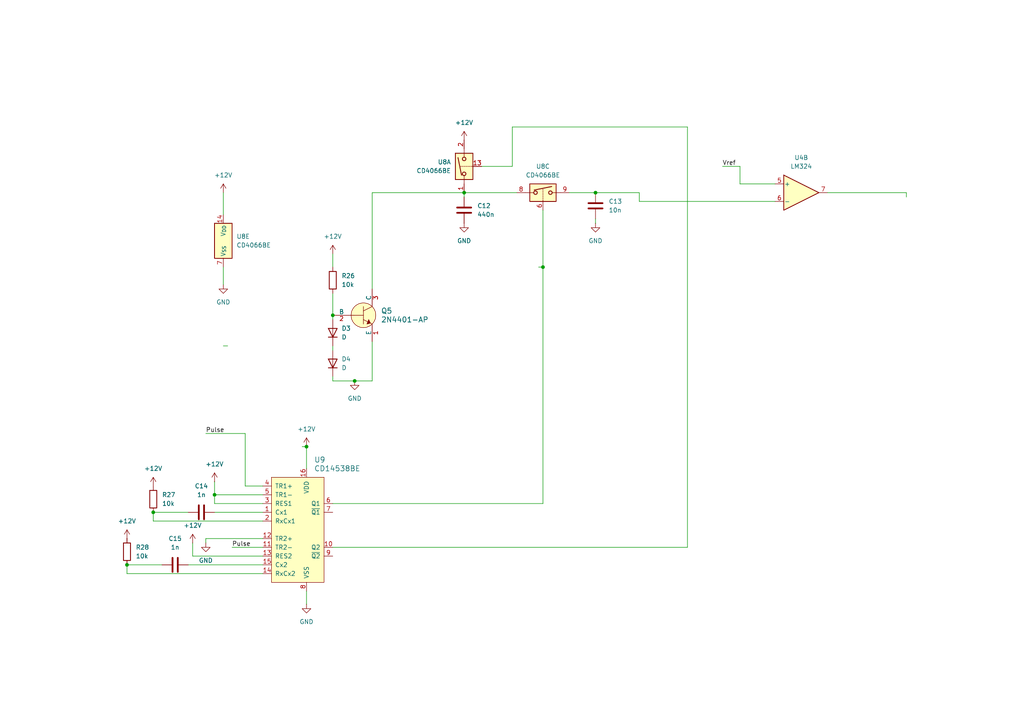
<source format=kicad_sch>
(kicad_sch (version 20231120) (generator "eeschema") (generator_version "8.0")
  (paper "A4")
  (lib_symbols
    (symbol "Amplifier_Operational:LM324" (pin_names (offset 0.127))
      (property "Reference" "U" (at 0 5.08 0))
      (property "Value" "LM324" (at 0 -5.08 0))
      (symbol "LM324_1_1"
        (polyline (pts (xy -5.08 5.08) (xy 5.08 0) (xy -5.08 -5.08) (xy -5.08 5.08)) (stroke (width 0.254)) (fill (type background)))
        (pin output line (at 7.62 0 180) (length 2.54) (name "~") (number "1"))
        (pin input line (at -7.62 -2.54 0) (length 2.54) (name "-") (number "2"))
        (pin input line (at -7.62 2.54 0) (length 2.54) (name "+") (number "3"))
      )
      (symbol "LM324_2_1"
        (polyline (pts (xy -5.08 5.08) (xy 5.08 0) (xy -5.08 -5.08) (xy -5.08 5.08)) (stroke (width 0.254)) (fill (type background)))
        (pin input line (at -7.62 2.54 0) (length 2.54) (name "+") (number "5"))
        (pin input line (at -7.62 -2.54 0) (length 2.54) (name "-") (number "6"))
        (pin output line (at 7.62 0 180) (length 2.54) (name "~") (number "7"))
      )
      (symbol "LM324_3_1"
        (polyline (pts (xy -5.08 5.08) (xy 5.08 0) (xy -5.08 -5.08) (xy -5.08 5.08)) (stroke (width 0.254)) (fill (type background)))
        (pin input line (at -7.62 2.54 0) (length 2.54) (name "+") (number "10"))
        (pin output line (at 7.62 0 180) (length 2.54) (name "~") (number "8"))
        (pin input line (at -7.62 -2.54 0) (length 2.54) (name "-") (number "9"))
      )
      (symbol "LM324_4_1"
        (polyline (pts (xy -5.08 5.08) (xy 5.08 0) (xy -5.08 -5.08) (xy -5.08 5.08)) (stroke (width 0.254)) (fill (type background)))
        (pin input line (at -7.62 2.54 0) (length 2.54) (name "+") (number "12"))
        (pin input line (at -7.62 -2.54 0) (length 2.54) (name "-") (number "13"))
        (pin output line (at 7.62 0 180) (length 2.54) (name "~") (number "14"))
      )
      (symbol "LM324_5_1"
        (pin power_in line (at -2.54 -7.62 90) (length 3.81) (name "V-") (number "11"))
        (pin power_in line (at -2.54 7.62 270) (length 3.81) (name "V+") (number "4"))
      )
    )
    (symbol "Analog_Switch:CD4066BE"
      (property "Reference" "U" (at -5.08 3.81 0))
      (property "Value" "CD4066BE" (at 7.62 3.81 0))
      (symbol "CD4066BE_1_1"
        (rectangle (start -3.81 2.54) (end 3.81 -2.54) (stroke (width 0.254)) (fill (type background)))
        (circle (center -2.159 0) (radius 0.508) (stroke (width 0.254)))
        (polyline (pts (xy -5.08 0) (xy -2.794 0)))
        (polyline (pts (xy -2.54 0.762) (xy 2.54 1.778)) (stroke (width 0.254)))
        (polyline (pts (xy 0 -2.54) (xy 0 -2.032)))
        (polyline (pts (xy 0 -1.778) (xy 0 -1.524)))
        (polyline (pts (xy 0 -1.27) (xy 0 -1.016)))
        (polyline (pts (xy 0 -0.762) (xy 0 -0.508)))
        (polyline (pts (xy 0 -0.254) (xy 0 0)))
        (polyline (pts (xy 0 0.254) (xy 0 0.508)))
        (polyline (pts (xy 0 0.762) (xy 0 1.016)))
        (polyline (pts (xy 5.08 0) (xy 2.794 0)))
        (circle (center 2.159 0) (radius 0.508) (stroke (width 0.254)))
        (pin bidirectional line (at -7.62 0 0) (length 2.54) (name "~") (number "1"))
        (pin input line (at 0 -5.08 90) (length 2.54) (name "~") (number "13"))
        (pin bidirectional line (at 7.62 0 180) (length 2.54) (name "~") (number "2"))
      )
      (symbol "CD4066BE_2_1"
        (rectangle (start -3.81 2.54) (end 3.81 -2.54) (stroke (width 0.254)) (fill (type background)))
        (circle (center -2.159 0) (radius 0.508) (stroke (width 0.254)))
        (polyline (pts (xy -5.08 0) (xy -2.794 0)))
        (polyline (pts (xy -2.54 0.762) (xy 2.54 1.778)) (stroke (width 0.254)))
        (polyline (pts (xy 0 -2.54) (xy 0 -2.032)))
        (polyline (pts (xy 0 -1.778) (xy 0 -1.524)))
        (polyline (pts (xy 0 -1.27) (xy 0 -1.016)))
        (polyline (pts (xy 0 -0.762) (xy 0 -0.508)))
        (polyline (pts (xy 0 -0.254) (xy 0 0)))
        (polyline (pts (xy 0 0.254) (xy 0 0.508)))
        (polyline (pts (xy 0 0.762) (xy 0 1.016)))
        (polyline (pts (xy 5.08 0) (xy 2.794 0)))
        (circle (center 2.159 0) (radius 0.508) (stroke (width 0.254)))
        (pin bidirectional line (at 7.62 0 180) (length 2.54) (name "~") (number "3"))
        (pin bidirectional line (at -7.62 0 0) (length 2.54) (name "~") (number "4"))
        (pin input line (at 0 -5.08 90) (length 2.54) (name "~") (number "5"))
      )
      (symbol "CD4066BE_3_1"
        (rectangle (start -3.81 2.54) (end 3.81 -2.54) (stroke (width 0.254)) (fill (type background)))
        (circle (center -2.159 0) (radius 0.508) (stroke (width 0.254)))
        (polyline (pts (xy -5.08 0) (xy -2.794 0)))
        (polyline (pts (xy -2.54 0.762) (xy 2.54 1.778)) (stroke (width 0.254)))
        (polyline (pts (xy 0 -2.54) (xy 0 -2.032)))
        (polyline (pts (xy 0 -1.778) (xy 0 -1.524)))
        (polyline (pts (xy 0 -1.27) (xy 0 -1.016)))
        (polyline (pts (xy 0 -0.762) (xy 0 -0.508)))
        (polyline (pts (xy 0 -0.254) (xy 0 0)))
        (polyline (pts (xy 0 0.254) (xy 0 0.508)))
        (polyline (pts (xy 0 0.762) (xy 0 1.016)))
        (polyline (pts (xy 5.08 0) (xy 2.794 0)))
        (circle (center 2.159 0) (radius 0.508) (stroke (width 0.254)))
        (pin input line (at 0 -5.08 90) (length 2.54) (name "~") (number "6"))
        (pin bidirectional line (at -7.62 0 0) (length 2.54) (name "~") (number "8"))
        (pin bidirectional line (at 7.62 0 180) (length 2.54) (name "~") (number "9"))
      )
      (symbol "CD4066BE_4_1"
        (rectangle (start -3.81 2.54) (end 3.81 -2.54) (stroke (width 0.254)) (fill (type background)))
        (circle (center -2.159 0) (radius 0.508) (stroke (width 0.254)))
        (polyline (pts (xy -5.08 0) (xy -2.794 0)))
        (polyline (pts (xy -2.54 0.762) (xy 2.54 1.778)) (stroke (width 0.254)))
        (polyline (pts (xy 0 -2.54) (xy 0 -2.032)))
        (polyline (pts (xy 0 -1.778) (xy 0 -1.524)))
        (polyline (pts (xy 0 -1.27) (xy 0 -1.016)))
        (polyline (pts (xy 0 -0.762) (xy 0 -0.508)))
        (polyline (pts (xy 0 -0.254) (xy 0 0)))
        (polyline (pts (xy 0 0.254) (xy 0 0.508)))
        (polyline (pts (xy 0 0.762) (xy 0 1.016)))
        (polyline (pts (xy 5.08 0) (xy 2.794 0)))
        (circle (center 2.159 0) (radius 0.508) (stroke (width 0.254)))
        (pin bidirectional line (at 7.62 0 180) (length 2.54) (name "~") (number "10"))
        (pin bidirectional line (at -7.62 0 0) (length 2.54) (name "~") (number "11"))
        (pin input line (at 0 -5.08 90) (length 2.54) (name "~") (number "12"))
      )
      (symbol "CD4066BE_5_1"
        (rectangle (start -2.54 5.08) (end 2.54 -5.08) (stroke (width 0.254)) (fill (type background)))
        (pin power_in line (at 0 7.62 270) (length 2.54) (name "V_{DD}") (number "14"))
        (pin power_in line (at 0 -7.62 90) (length 2.54) (name "V_{SS}") (number "7"))
      )
    )
    (symbol "Device:C" (pin_numbers hide) (pin_names (offset 0.254))
      (property "Reference" "C" (at 0.635 2.54 0))
      (property "Value" "C" (at 0.635 -2.54 0))
      (symbol "C_0_1"
        (polyline (pts (xy -2.032 -0.762) (xy 2.032 -0.762)) (stroke (width 0.508)))
        (polyline (pts (xy -2.032 0.762) (xy 2.032 0.762)) (stroke (width 0.508)))
      )
      (symbol "C_1_1"
        (pin passive line (at 0 3.81 270) (length 2.794) (name "~") (number "1"))
        (pin passive line (at 0 -3.81 90) (length 2.794) (name "~") (number "2"))
      )
    )
    (symbol "Device:D" (pin_numbers hide) (pin_names (offset 1.016) hide)
      (property "Reference" "D" (at 0 2.54 0))
      (property "Value" "D" (at 0 -2.54 0))
      (symbol "D_0_1"
        (polyline (pts (xy -1.27 1.27) (xy -1.27 -1.27)) (stroke (width 0.254)))
        (polyline (pts (xy 1.27 0) (xy -1.27 0)))
        (polyline (pts (xy 1.27 1.27) (xy 1.27 -1.27) (xy -1.27 0) (xy 1.27 1.27)) (stroke (width 0.254)))
      )
      (symbol "D_1_1"
        (pin passive line (at -3.81 0 0) (length 2.54) (name "K") (number "1"))
        (pin passive line (at 3.81 0 180) (length 2.54) (name "A") (number "2"))
      )
    )
    (symbol "Device:R" (pin_numbers hide) (pin_names (offset 0))
      (property "Reference" "R" (at 2.032 0 90))
      (property "Value" "R" (at 0 0 90))
      (symbol "R_0_1"
        (rectangle (start -1.016 -2.54) (end 1.016 2.54) (stroke (width 0.254)))
      )
      (symbol "R_1_1"
        (pin passive line (at 0 3.81 270) (length 1.27) (name "~") (number "1"))
        (pin passive line (at 0 -3.81 90) (length 1.27) (name "~") (number "2"))
      )
    )
    (symbol "dk_Logic-Multivibrators:CD14538BE" (pin_names (offset 1.016))
      (property "Reference" "U" (at -5.08 16.51 0))
      (property "Value" "CD14538BE" (at -1.27 19.05 0))
      (symbol "CD14538BE_0_1"
        (rectangle (start -7.62 15.24) (end 7.62 -15.24) (fill (type background)))
      )
      (symbol "CD14538BE_1_1"
        (pin passive line (at -10.16 5.08 0) (length 2.54) (name "Cx1") (number "1"))
        (pin output line (at 10.16 -5.08 180) (length 2.54) (name "Q2") (number "10"))
        (pin input line (at -10.16 -5.08 0) (length 2.54) (name "TR2-") (number "11"))
        (pin input line (at -10.16 -2.54 0) (length 2.54) (name "TR2+") (number "12"))
        (pin input line (at -10.16 -7.62 0) (length 2.54) (name "RES2") (number "13"))
        (pin input line (at -10.16 -12.7 0) (length 2.54) (name "RxCx2") (number "14"))
        (pin passive line (at -10.16 -10.16 0) (length 2.54) (name "Cx2") (number "15"))
        (pin power_in line (at 2.54 17.78 270) (length 2.54) (name "VDD") (number "16"))
        (pin input line (at -10.16 2.54 0) (length 2.54) (name "RxCx1") (number "2"))
        (pin input line (at -10.16 7.62 0) (length 2.54) (name "RES1") (number "3"))
        (pin input line (at -10.16 12.7 0) (length 2.54) (name "TR1+") (number "4"))
        (pin input line (at -10.16 10.16 0) (length 2.54) (name "TR1-") (number "5"))
        (pin output line (at 10.16 7.62 180) (length 2.54) (name "Q1") (number "6"))
        (pin output line (at 10.16 5.08 180) (length 2.54) (name "~{Q1}") (number "7"))
        (pin power_in line (at 2.54 -17.78 90) (length 2.54) (name "VSS") (number "8"))
        (pin output line (at 10.16 -7.62 180) (length 2.54) (name "~{Q2}") (number "9"))
      )
    )
    (symbol "dk_Transistors-Bipolar-BJT-Single:2N4401-AP" (pin_names (offset 0))
      (property "Reference" "Q" (at -3.81 3.81 0))
      (property "Value" "2N4401-AP" (at -11.43 -5.08 0))
      (symbol "2N4401-AP_0_1"
        (polyline (pts (xy -3.81 0) (xy -2.54 0)))
        (polyline (pts (xy -3.556 0) (xy 0 0)))
        (polyline (pts (xy 0 -1.27) (xy 2.54 -2.54)))
        (polyline (pts (xy 0 1.27) (xy 2.54 2.54)))
        (polyline (pts (xy 0 2.54) (xy 0 -2.54)))
        (polyline (pts (xy 1.524 -1.27) (xy 2.032 -2.286) (xy 1.016 -2.54) (xy 1.524 -1.27)) (fill (type outline)))
        (circle (center 0 0) (radius 3.5814) (fill (type background)))
      )
      (symbol "2N4401-AP_1_1"
        (pin input line (at 2.54 -7.62 90) (length 5.08) (name "E") (number "1"))
        (pin input line (at -8.89 0 0) (length 5.08) (name "B") (number "2"))
        (pin input line (at 2.54 7.62 270) (length 5.08) (name "C") (number "3"))
      )
    )
    (symbol "power:+12V" (power) (pin_numbers hide) (pin_names (offset 0) hide)
      (property "Value" "+12V" (at 0 3.556 0))
      (symbol "+12V_0_1"
        (polyline (pts (xy -0.762 1.27) (xy 0 2.54)))
        (polyline (pts (xy 0 0) (xy 0 2.54)))
        (polyline (pts (xy 0 2.54) (xy 0.762 1.27)))
      )
      (symbol "+12V_1_1"
        (pin power_in line (at 0 0 90) (length 0) (name "~") (number "1"))
      )
    )
    (symbol "power:GND" (power) (pin_numbers hide) (pin_names (offset 0) hide)
      (property "Value" "GND" (at 0 -3.81 0))
      (symbol "GND_0_1"
        (polyline (pts (xy 0 0) (xy 0 -1.27) (xy 1.27 -1.27) (xy 0 -2.54) (xy -1.27 -1.27) (xy 0 -1.27)))
      )
      (symbol "GND_1_1"
        (pin power_in line (at 0 0 270) (length 0) (name "~") (number "1"))
      )
    )
  )
  (junction (at 88.9 129.54))
  (junction (at 44.45 148.59))
  (junction (at 157.48 77.47))
  (junction (at 172.72 55.88))
  (junction (at 134.62 55.88))
  (junction (at 96.52 91.44))
  (junction (at 36.83 163.83))
  (junction (at 102.87 110.49))
  (junction (at 62.23 143.51))
  (wire (pts (xy 67.31 158.75) (xy 76.2 158.75)))
  (wire (pts (xy 199.39 36.83) (xy 199.39 158.75)))
  (wire (pts (xy 64.77 55.88) (xy 64.77 62.23)))
  (wire (pts (xy 62.23 139.7) (xy 62.23 143.51)))
  (wire (pts (xy 96.52 109.22) (xy 96.52 110.49)))
  (wire (pts (xy 64.77 77.47) (xy 64.77 82.55)))
  (wire (pts (xy 96.52 110.49) (xy 102.87 110.49)))
  (wire (pts (xy 148.59 36.83) (xy 148.59 48.26)))
  (wire (pts (xy 134.62 55.88) (xy 149.86 55.88)))
  (wire (pts (xy 172.72 63.5) (xy 172.72 64.77)))
  (wire (pts (xy 62.23 148.59) (xy 76.2 148.59)))
  (wire (pts (xy 185.42 55.88) (xy 185.42 58.42)))
  (wire (pts (xy 185.42 58.42) (xy 224.79 58.42)))
  (wire (pts (xy 76.2 146.05) (xy 62.23 146.05)))
  (wire (pts (xy 62.23 143.51) (xy 62.23 146.05)))
  (wire (pts (xy 224.79 53.34) (xy 214.63 53.34)))
  (wire (pts (xy 240.03 55.88) (xy 262.89 55.88)))
  (wire (pts (xy 36.83 163.83) (xy 36.83 166.37)))
  (wire (pts (xy 54.61 148.59) (xy 44.45 148.59)))
  (wire (pts (xy 96.52 92.71) (xy 96.52 91.44)))
  (wire (pts (xy 157.48 77.47) (xy 157.48 146.05)))
  (wire (pts (xy 172.72 55.88) (xy 185.42 55.88)))
  (wire (pts (xy 199.39 158.75) (xy 96.52 158.75)))
  (wire (pts (xy 96.52 101.6) (xy 96.52 100.33)))
  (wire (pts (xy 59.69 156.21) (xy 59.69 157.48)))
  (wire (pts (xy 148.59 36.83) (xy 199.39 36.83)))
  (wire (pts (xy 76.2 140.97) (xy 71.12 140.97)))
  (wire (pts (xy 46.99 163.83) (xy 36.83 163.83)))
  (wire (pts (xy 55.88 157.48) (xy 55.88 161.29)))
  (wire (pts (xy 66.04 100.33) (xy 64.77 100.33)))
  (wire (pts (xy 62.23 143.51) (xy 76.2 143.51)))
  (wire (pts (xy 88.9 129.54) (xy 88.9 135.89)))
  (wire (pts (xy 107.95 55.88) (xy 107.95 83.82)))
  (wire (pts (xy 54.61 163.83) (xy 76.2 163.83)))
  (wire (pts (xy 88.9 171.45) (xy 88.9 175.26)))
  (wire (pts (xy 87.63 129.54) (xy 88.9 129.54)))
  (wire (pts (xy 262.89 55.88) (xy 262.89 57.15)))
  (wire (pts (xy 59.69 125.73) (xy 71.12 125.73)))
  (wire (pts (xy 44.45 151.13) (xy 76.2 151.13)))
  (wire (pts (xy 107.95 55.88) (xy 134.62 55.88)))
  (wire (pts (xy 44.45 148.59) (xy 44.45 151.13)))
  (wire (pts (xy 76.2 161.29) (xy 55.88 161.29)))
  (wire (pts (xy 107.95 99.06) (xy 107.95 110.49)))
  (wire (pts (xy 96.52 73.66) (xy 96.52 77.47)))
  (wire (pts (xy 107.95 110.49) (xy 102.87 110.49)))
  (wire (pts (xy 214.63 48.26) (xy 214.63 53.34)))
  (wire (pts (xy 96.52 85.09) (xy 96.52 91.44)))
  (wire (pts (xy 134.62 55.88) (xy 134.62 57.15)))
  (wire (pts (xy 209.55 48.26) (xy 214.63 48.26)))
  (wire (pts (xy 156.21 77.47) (xy 157.48 77.47)))
  (wire (pts (xy 165.1 55.88) (xy 172.72 55.88)))
  (wire (pts (xy 96.52 146.05) (xy 157.48 146.05)))
  (wire (pts (xy 76.2 156.21) (xy 59.69 156.21)))
  (wire (pts (xy 36.83 166.37) (xy 76.2 166.37)))
  (wire (pts (xy 71.12 140.97) (xy 71.12 125.73)))
  (wire (pts (xy 139.7 48.26) (xy 148.59 48.26)))
  (wire (pts (xy 157.48 60.96) (xy 157.48 77.47)))
  (label "Pulse" (at 67.31 158.75 0))
  (label "Vref" (at 209.55 48.26 0))
  (label "Pulse" (at 59.69 125.73 0))
  (symbol (lib_id "power:+12V") (at 96.52 73.66 0) (unit 1)
    (property "Reference" "#PWR035" (effects (hide yes)))
    (property "Value" "+12V" (at 96.52 68.58 0))
    (property "Description" "Power symbol creates a global label with name \"+12V\"" (effects (hide yes)))
  )
  (symbol (lib_id "Analog_Switch:CD4066BE") (at 64.77 69.85 0) (unit 5)
    (property "Reference" "U8" (at 68.58 68.5799 0) (effects (justify left)))
    (property "Value" "CD4066BE" (at 68.58 71.1199 0) (effects (justify left)))
    (property "Footprint" "Package_DIP:DIP-14_W7.62mm" (effects (hide yes)))
    (property "Datasheet" "https://www.ti.com/lit/ds/symlink/cd4066b.pdf" (effects (hide yes)))
    (property "Description" "Quad 20V analog SPST 1:1 switch, DIP-14" (effects (hide yes)))
  )
  (symbol (lib_id "power:GND") (at 59.69 157.48 0) (unit 1)
    (property "Reference" "#PWR047" (effects (hide yes)))
    (property "Value" "GND" (at 59.69 162.56 0))
    (property "Description" "Power symbol creates a global label with name \"GND\" , ground" (effects (hide yes)))
  )
  (symbol (lib_id "dk_Logic-Multivibrators:CD14538BE") (at 86.36 153.67 0) (unit 1)
    (property "Reference" "U9" (at 91.0941 133.35 0) (effects (font (size 1.524 1.524)) (justify left)))
    (property "Value" "CD14538BE" (at 91.0941 135.89 0) (effects (font (size 1.524 1.524)) (justify left)))
    (property "Footprint" "digikey-footprints:DIP-16_W7.62mm" (effects (hide yes)))
    (property "Datasheet" "http://www.ti.com/general/docs/suppproductinfo.tsp?distId=10&gotoUrl=http%3A%2F%2Fwww.ti.com%2Flit%2Fgpn%2Fcd14538b" (effects (hide yes)))
    (property "Description" "IC DUAL PREC MULTIVIB 16-DIP" (effects (hide yes)))
    (property "MPN" "CD14538BE" (effects (hide yes)))
    (property "Category" "Integrated Circuits (ICs)" (effects (hide yes)))
    (property "Family" "Logic - Multivibrators" (effects (hide yes)))
    (property "DK_Datasheet_Link" "http://www.ti.com/general/docs/suppproductinfo.tsp?distId=10&gotoUrl=http%3A%2F%2Fwww.ti.com%2Flit%2Fgpn%2Fcd14538b" (effects (hide yes)))
    (property "DK_Detail_Page" "/product-detail/en/texas-instruments/CD14538BE/296-14074-5-ND/525847" (effects (hide yes)))
    (property "Description_1" "IC DUAL PREC MULTIVIB 16-DIP" (effects (hide yes)))
    (property "Manufacturer" "Texas Instruments" (effects (hide yes)))
    (property "Status" "Active" (effects (hide yes)))
  )
  (symbol (lib_id "Device:D") (at 96.52 96.52 90) (unit 1)
    (property "Reference" "D3" (at 99.06 95.2499 90) (effects (justify right)))
    (property "Value" "D" (at 99.06 97.7899 90) (effects (justify right)))
    (property "Description" "Diode" (effects (hide yes)))
    (property "Sim.Device" "D" (effects (hide yes)))
    (property "Sim.Pins" "1=K 2=A" (effects (hide yes)))
  )
  (symbol (lib_id "power:GND") (at 88.9 175.26 0) (unit 1)
    (property "Reference" "#PWR042" (effects (hide yes)))
    (property "Value" "GND" (at 88.9 180.34 0))
    (property "Description" "Power symbol creates a global label with name \"GND\" , ground" (effects (hide yes)))
  )
  (symbol (lib_id "power:GND") (at 172.72 64.77 0) (unit 1)
    (property "Reference" "#PWR038" (effects (hide yes)))
    (property "Value" "GND" (at 172.72 69.85 0))
    (property "Description" "Power symbol creates a global label with name \"GND\" , ground" (effects (hide yes)))
  )
  (symbol (lib_id "Device:C") (at 50.8 163.83 90) (unit 1)
    (property "Reference" "C15" (at 50.8 156.21 90))
    (property "Value" "1n" (at 50.8 158.75 90))
    (property "Description" "Unpolarized capacitor" (effects (hide yes)))
  )
  (symbol (lib_id "Analog_Switch:CD4066BE") (at 134.62 48.26 90) (unit 1)
    (property "Reference" "U8" (at 130.81 46.9899 90) (effects (justify left)))
    (property "Value" "CD4066BE" (at 130.81 49.5299 90) (effects (justify left)))
    (property "Footprint" "Package_DIP:DIP-14_W7.62mm" (effects (hide yes)))
    (property "Datasheet" "https://www.ti.com/lit/ds/symlink/cd4066b.pdf" (effects (hide yes)))
    (property "Description" "Quad 20V analog SPST 1:1 switch, DIP-14" (effects (hide yes)))
  )
  (symbol (lib_id "power:+12V") (at 64.77 55.88 0) (unit 1)
    (property "Reference" "#PWR040" (effects (hide yes)))
    (property "Value" "+12V" (at 64.77 50.8 0))
    (property "Description" "Power symbol creates a global label with name \"+12V\"" (effects (hide yes)))
  )
  (symbol (lib_id "power:+12V") (at 44.45 140.97 0) (unit 1)
    (property "Reference" "#PWR043" (effects (hide yes)))
    (property "Value" "+12V" (at 44.45 135.89 0))
    (property "Description" "Power symbol creates a global label with name \"+12V\"" (effects (hide yes)))
  )
  (symbol (lib_id "power:GND") (at 102.87 110.49 0) (unit 1)
    (property "Reference" "#PWR034" (effects (hide yes)))
    (property "Value" "GND" (at 102.87 115.57 0))
    (property "Description" "Power symbol creates a global label with name \"GND\" , ground" (effects (hide yes)))
  )
  (symbol (lib_id "power:+12V") (at 88.9 129.54 0) (unit 1)
    (property "Reference" "#PWR041" (effects (hide yes)))
    (property "Value" "+12V" (at 88.9 124.46 0))
    (property "Description" "Power symbol creates a global label with name \"+12V\"" (effects (hide yes)))
  )
  (symbol (lib_id "Device:C") (at 172.72 59.69 0) (unit 1)
    (property "Reference" "C13" (at 176.53 58.4199 0) (effects (justify left)))
    (property "Value" "10n" (at 176.53 60.9599 0) (effects (justify left)))
    (property "Description" "Unpolarized capacitor" (effects (hide yes)))
  )
  (symbol (lib_id "power:GND") (at 64.77 82.55 0) (unit 1)
    (property "Reference" "#PWR039" (effects (hide yes)))
    (property "Value" "GND" (at 64.77 87.63 0))
    (property "Description" "Power symbol creates a global label with name \"GND\" , ground" (effects (hide yes)))
  )
  (symbol (lib_id "power:+12V") (at 62.23 139.7 0) (unit 1)
    (property "Reference" "#PWR045" (effects (hide yes)))
    (property "Value" "+12V" (at 62.23 134.62 0))
    (property "Description" "Power symbol creates a global label with name \"+12V\"" (effects (hide yes)))
  )
  (symbol (lib_id "Analog_Switch:CD4066BE") (at 157.48 55.88 0) (unit 3)
    (property "Reference" "U8" (at 157.48 48.26 0))
    (property "Value" "CD4066BE" (at 157.48 50.8 0))
    (property "Footprint" "Package_DIP:DIP-14_W7.62mm" (effects (hide yes)))
    (property "Datasheet" "https://www.ti.com/lit/ds/symlink/cd4066b.pdf" (effects (hide yes)))
    (property "Description" "Quad 20V analog SPST 1:1 switch, DIP-14" (effects (hide yes)))
  )
  (symbol (lib_id "power:GND") (at 134.62 64.77 0) (unit 1)
    (property "Reference" "#PWR036" (effects (hide yes)))
    (property "Value" "GND" (at 134.62 69.85 0))
    (property "Description" "Power symbol creates a global label with name \"GND\" , ground" (effects (hide yes)))
  )
  (symbol (lib_id "power:+12V") (at 134.62 40.64 0) (unit 1)
    (property "Reference" "#PWR037" (effects (hide yes)))
    (property "Value" "+12V" (at 134.62 35.56 0))
    (property "Description" "Power symbol creates a global label with name \"+12V\"" (effects (hide yes)))
  )
  (symbol (lib_id "power:+12V") (at 55.88 157.48 0) (unit 1)
    (property "Reference" "#PWR046" (effects (hide yes)))
    (property "Value" "+12V" (at 55.88 152.4 0))
    (property "Description" "Power symbol creates a global label with name \"+12V\"" (effects (hide yes)))
  )
  (symbol (lib_id "Device:R") (at 44.45 144.78 180) (unit 1)
    (property "Reference" "R27" (at 46.99 143.5099 0) (effects (justify right)))
    (property "Value" "10k" (at 46.99 146.0499 0) (effects (justify right)))
    (property "Description" "Resistor" (effects (hide yes)))
  )
  (symbol (lib_id "Device:R") (at 36.83 160.02 180) (unit 1)
    (property "Reference" "R28" (at 39.37 158.7499 0) (effects (justify right)))
    (property "Value" "10k" (at 39.37 161.2899 0) (effects (justify right)))
    (property "Description" "Resistor" (effects (hide yes)))
  )
  (symbol (lib_id "dk_Transistors-Bipolar-BJT-Single:2N4401-AP") (at 105.41 91.44 0) (unit 1)
    (property "Reference" "Q5" (at 110.49 90.1699 0) (effects (font (size 1.524 1.524)) (justify left)))
    (property "Value" "2N4401-AP" (at 110.49 92.7099 0) (effects (font (size 1.524 1.524)) (justify left)))
    (property "Footprint" "digikey-footprints:TO-92-3_Formed_Leads" (effects (hide yes)))
    (property "Datasheet" "https://www.mccsemi.com/pdf/Products/2N4401(TO-92).pdf" (effects (hide yes)))
    (property "Description" "TRANS NPN 40V TO92" (effects (hide yes)))
    (property "MPN" "2N4401-AP" (effects (hide yes)))
    (property "Category" "Discrete Semiconductor Products" (effects (hide yes)))
    (property "Family" "Transistors - Bipolar (BJT) - Single" (effects (hide yes)))
    (property "DK_Datasheet_Link" "https://www.mccsemi.com/pdf/Products/2N4401(TO-92).pdf" (effects (hide yes)))
    (property "DK_Detail_Page" "/product-detail/en/micro-commercial-co/2N4401-AP/2N4401-APCT-ND/950593" (effects (hide yes)))
    (property "Description_1" "TRANS NPN 40V TO92" (effects (hide yes)))
    (property "Manufacturer" "Micro Commercial Co" (effects (hide yes)))
    (property "Status" "Active" (effects (hide yes)))
  )
  (symbol (lib_id "Device:C") (at 134.62 60.96 0) (unit 1)
    (property "Reference" "C12" (at 138.43 59.6899 0) (effects (justify left)))
    (property "Value" "440n" (at 138.43 62.2299 0) (effects (justify left)))
    (property "Description" "Unpolarized capacitor" (effects (hide yes)))
  )
  (symbol (lib_id "Device:D") (at 96.52 105.41 90) (unit 1)
    (property "Reference" "D4" (at 99.06 104.1399 90) (effects (justify right)))
    (property "Value" "D" (at 99.06 106.6799 90) (effects (justify right)))
    (property "Description" "Diode" (effects (hide yes)))
    (property "Sim.Device" "D" (effects (hide yes)))
    (property "Sim.Pins" "1=K 2=A" (effects (hide yes)))
  )
  (symbol (lib_id "power:+12V") (at 36.83 156.21 0) (unit 1)
    (property "Reference" "#PWR044" (effects (hide yes)))
    (property "Value" "+12V" (at 36.83 151.13 0))
    (property "Description" "Power symbol creates a global label with name \"+12V\"" (effects (hide yes)))
  )
  (symbol (lib_id "Amplifier_Operational:LM324") (at 232.41 55.88 0) (unit 2)
    (property "Reference" "U4" (at 232.41 45.72 0))
    (property "Value" "LM324" (at 232.41 48.26 0))
    (property "Datasheet" "http://www.ti.com/lit/ds/symlink/lm2902-n.pdf" (effects (hide yes)))
    (property "Description" "Low-Power, Quad-Operational Amplifiers, DIP-14/SOIC-14/SSOP-14" (effects (hide yes)))
  )
  (symbol (lib_id "Device:R") (at 96.52 81.28 0) (unit 1)
    (property "Reference" "R26" (at 99.06 80.0099 0) (effects (justify left)))
    (property "Value" "10k" (at 99.06 82.5499 0) (effects (justify left)))
    (property "Description" "Resistor" (effects (hide yes)))
  )
  (symbol (lib_id "Device:C") (at 58.42 148.59 90) (unit 1)
    (property "Reference" "C14" (at 58.42 140.97 90))
    (property "Value" "1n" (at 58.42 143.51 90))
    (property "Description" "Unpolarized capacitor" (effects (hide yes)))
  )
)
</source>
